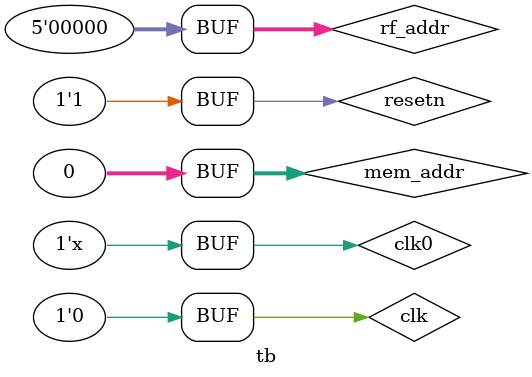
<source format=v>
`timescale 1ns / 1ps


module tb;

    // Inputs
    reg clk;
    reg clk0;
    reg resetn;
    reg [4:0] rf_addr;
    reg [31:0] mem_addr;

    // Outputs
    wire [31:0] rf_data;
    wire [31:0] mem_data;
    wire [31:0] cpu_pc;
    wire [31:0] cpu_inst;

    // Instantiate the Unit Under Test (UUT)
    single_cycle_cpu uut (
        .clk0(clk0),
        .clk(clk), 
        .resetn(resetn), 
        .rf_addr(rf_addr), 
        .mem_addr(mem_addr), 
        .rf_data(rf_data), 
        .mem_data(mem_data), 
        .cpu_pc(cpu_pc), 
        .cpu_inst(cpu_inst)
    );

    initial begin
        // Initialize Inputs
        clk = 0;
        clk0 = 0;
        resetn = 0;
        rf_addr = 0;
        mem_addr = 0;

        // Wait 100 ns for global reset to finish
        #10;
        clk=1;
        #5;
        clk=0;
        #100;
        resetn = 1;
        // Add stimulus here
        #10;

        clk=1;
        #5;
        clk=0;
        #100;
        clk=1;
        #5;
        clk=0;
        #500;
        clk=1;
        #5;
        clk=0;
        #100;
    end
    always #5 clk0 = ~clk0;
endmodule


</source>
